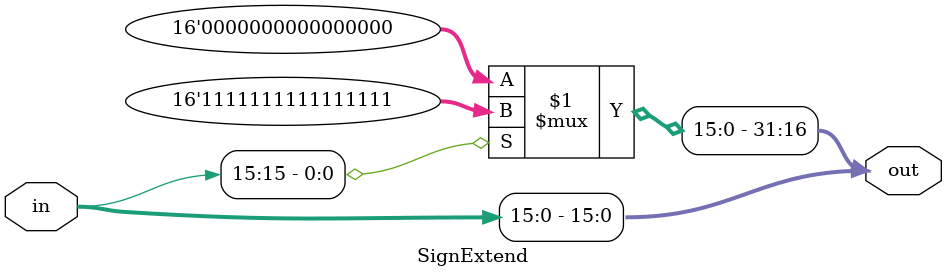
<source format=v>
`timescale 1ns / 1ps

module SignExtend(in, out);
    input [15:0] in;
    output [31:0] out;

    assign out[15:0] = in[15:0];
    assign out[31:16] = (in[15]) ? 16'b1111111111111111 : 16'b0;

endmodule

</source>
